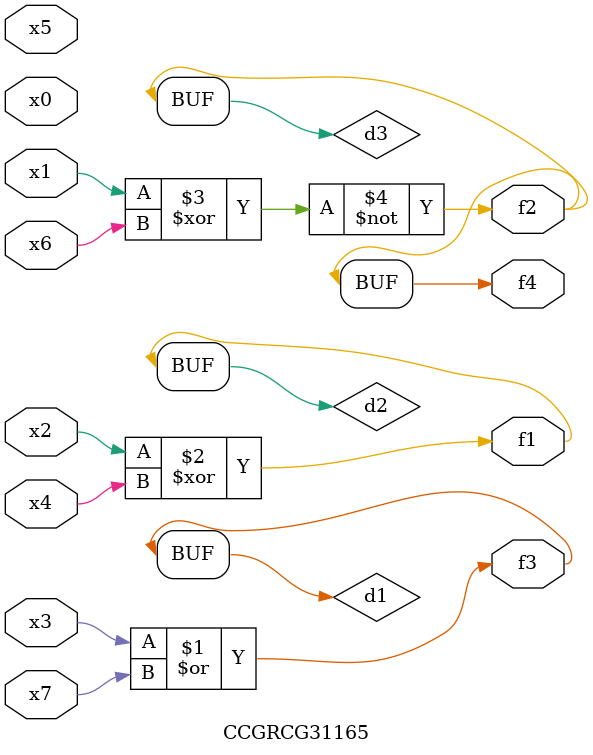
<source format=v>
module CCGRCG31165(
	input x0, x1, x2, x3, x4, x5, x6, x7,
	output f1, f2, f3, f4
);

	wire d1, d2, d3;

	or (d1, x3, x7);
	xor (d2, x2, x4);
	xnor (d3, x1, x6);
	assign f1 = d2;
	assign f2 = d3;
	assign f3 = d1;
	assign f4 = d3;
endmodule

</source>
